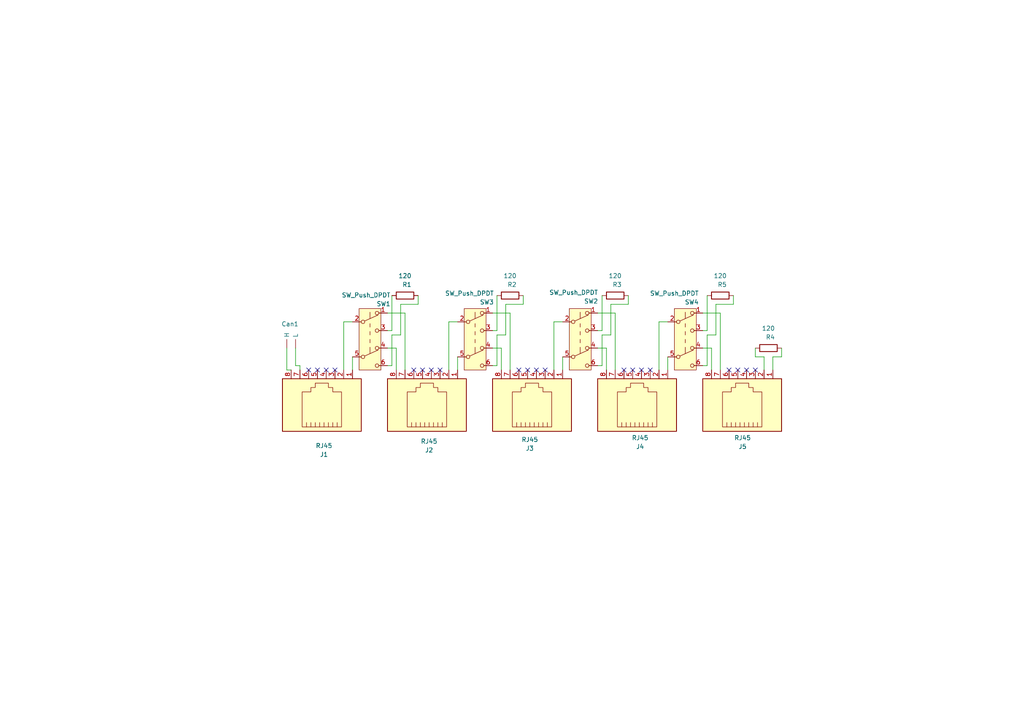
<source format=kicad_sch>
(kicad_sch (version 20250114) (generator "eeschema") (generator_version "9.0")
  (paper "A4")
  (title_block (title "CAN Hub for Rio") (date "2025-09-02") (rev "1"))
  (lib_symbols
    (symbol "Connector:RJ45" (pin_names (offset 1.016))
      (property "Reference" "J" (at -5.08 13.97 0))
      (property "Value" "RJ45" (at 2.54 13.97 0))
      (symbol "RJ45_0_1"
        (polyline (pts (xy -6.35 1.905) (xy -5.08 1.905) (xy -5.08 1.905)))
        (polyline (pts (xy -6.35 0.635) (xy -5.08 0.635) (xy -5.08 0.635)))
        (polyline (pts (xy -6.35 -0.635) (xy -5.08 -0.635) (xy -5.08 -0.635)))
        (polyline (pts (xy -6.35 -1.905) (xy -5.08 -1.905) (xy -5.08 -1.905)))
        (polyline (pts (xy -6.35 -3.175) (xy -5.08 -3.175) (xy -5.08 -3.175)))
        (polyline (pts (xy -6.35 -4.445) (xy -6.35 6.985) (xy 3.81 6.985) (xy 3.81 4.445) (xy 5.08 4.445) (xy 5.08 3.175) (xy 6.35 3.175) (xy 6.35 -0.635) (xy 5.08 -0.635) (xy 5.08 -1.905) (xy 3.81 -1.905) (xy 3.81 -4.445) (xy -6.35 -4.445) (xy -6.35 -4.445)))
        (polyline (pts (xy -5.08 5.715) (xy -6.35 5.715)))
        (polyline (pts (xy -5.08 4.445) (xy -6.35 4.445)))
        (polyline (pts (xy -5.08 3.175) (xy -6.35 3.175) (xy -6.35 3.175)))
        (rectangle (start 7.62 12.7) (end -7.62 -10.16) (stroke (width 0.254)) (fill (type background)))
      )
      (symbol "RJ45_1_1"
        (pin passive line (at 10.16 10.16 180) (length 2.54) (name "~") (number "8"))
        (pin passive line (at 10.16 7.62 180) (length 2.54) (name "~") (number "7"))
        (pin passive line (at 10.16 5.08 180) (length 2.54) (name "~") (number "6"))
        (pin passive line (at 10.16 2.54 180) (length 2.54) (name "~") (number "5"))
        (pin passive line (at 10.16 0 180) (length 2.54) (name "~") (number "4"))
        (pin passive line (at 10.16 -2.54 180) (length 2.54) (name "~") (number "3"))
        (pin passive line (at 10.16 -5.08 180) (length 2.54) (name "~") (number "2"))
        (pin passive line (at 10.16 -7.62 180) (length 2.54) (name "~") (number "1"))
      )
    )
    (symbol "Device:R" (pin_numbers (hide yes)) (pin_names (offset 0))
      (property "Reference" "R" (at 2.032 0 90))
      (property "Value" "R" (at 0 0 90))
      (symbol "R_0_1"
        (rectangle (start -1.016 -2.54) (end 1.016 2.54) (stroke (width 0.254)))
      )
      (symbol "R_1_1"
        (pin passive line (at 0 3.81 270) (length 1.27) (name "~") (number "1"))
        (pin passive line (at 0 -3.81 90) (length 1.27) (name "~") (number "2"))
      )
    )
    (symbol "New_Library:Canbus"
      (property "Reference" "Can" (at 9.906 -3.81 0))
      (symbol "Canbus_1_1"
        (pin output line (at -2.54 -2.54 0) (length 2.54) (name "H") (number ""))
        (pin output line (at -2.54 -5.08 0) (length 2.54) (name "L") (number ""))
      )
    )
    (symbol "Switch:SW_Push_DPDT" (pin_names (offset 0) (hide yes))
      (property "Reference" "SW" (at 0 10.16 0))
      (property "Value" "SW_Push_DPDT" (at 0 -10.16 0))
      (symbol "SW_Push_DPDT_0_0"
        (circle (center -2.032 5.08) (radius 0.508))
        (circle (center -2.032 -5.08) (radius 0.508))
        (circle (center 2.032 2.54) (radius 0.508))
        (circle (center 2.032 -7.62) (radius 0.508))
      )
      (symbol "SW_Push_DPDT_0_1"
        (polyline (pts (xy -1.524 5.334) (xy 2.3368 7.0612)))
        (polyline (pts (xy -1.524 -4.826) (xy 2.3368 -3.0988)))
        (polyline (pts (xy 0 7.874) (xy 0 6.096)))
        (polyline (pts (xy 0 3.556) (xy 0 4.572)))
        (polyline (pts (xy 0 1.27) (xy 0 2.286)))
        (polyline (pts (xy 0 -1.016) (xy 0 0)))
        (polyline (pts (xy 0 -2.286) (xy 0 -4.064)))
        (circle (center 2.032 7.62) (radius 0.508))
        (circle (center 2.032 -2.54) (radius 0.508))
      )
      (symbol "SW_Push_DPDT_1_1"
        (rectangle (start -3.175 8.89) (end 3.175 -8.89) (fill (type background)))
        (pin passive line (at -5.08 5.08 0) (length 2.54) (name "B") (number "2"))
        (pin passive line (at -5.08 -5.08 0) (length 2.54) (name "B") (number "5"))
        (pin passive line (at 5.08 7.62 180) (length 2.54) (name "A") (number "1"))
        (pin passive line (at 5.08 2.54 180) (length 2.54) (name "C") (number "3"))
        (pin passive line (at 5.08 -2.54 180) (length 2.54) (name "A") (number "4"))
        (pin passive line (at 5.08 -7.62 180) (length 2.54) (name "C") (number "6"))
      )
    )
  )
  (no_connect (at 186.055 107.315))
  (no_connect (at 158.115 107.315))
  (no_connect (at 188.595 107.315))
  (no_connect (at 97.155 107.315))
  (no_connect (at 92.075 107.315))
  (no_connect (at 180.975 107.315))
  (no_connect (at 150.495 107.315))
  (no_connect (at 125.095 107.315))
  (no_connect (at 155.575 107.315))
  (no_connect (at 211.455 107.315))
  (no_connect (at 127.635 107.315))
  (no_connect (at 219.075 107.315))
  (no_connect (at 94.615 107.315))
  (no_connect (at 89.535 107.315))
  (no_connect (at 122.555 107.315))
  (no_connect (at 213.995 107.315))
  (no_connect (at 153.035 107.315))
  (no_connect (at 183.515 107.315))
  (no_connect (at 216.535 107.315))
  (no_connect (at 120.015 107.315))
  (wire (pts (xy 113.665 95.885) (xy 113.665 85.725)))
  (wire (pts (xy 203.835 106.045) (xy 205.105 106.045)))
  (wire (pts (xy 121.285 88.265) (xy 121.285 85.725)))
  (wire (pts (xy 182.245 88.265) (xy 182.245 85.725)))
  (wire (pts (xy 142.875 90.805) (xy 147.955 90.805)))
  (wire (pts (xy 83.185 107.315) (xy 84.455 107.315)))
  (wire (pts (xy 174.625 106.045) (xy 174.625 97.155)))
  (wire (pts (xy 224.155 103.505) (xy 226.695 103.505)))
  (wire (pts (xy 116.205 88.265) (xy 121.285 88.265)))
  (wire (pts (xy 160.655 93.345) (xy 160.655 107.315)))
  (wire (pts (xy 130.175 93.345) (xy 130.175 107.315)))
  (wire (pts (xy 203.835 100.965) (xy 206.375 100.965)))
  (wire (pts (xy 144.145 95.885) (xy 144.145 85.725)))
  (wire (pts (xy 144.145 97.155) (xy 146.685 97.155)))
  (wire (pts (xy 207.645 88.265) (xy 212.725 88.265)))
  (wire (pts (xy 173.355 106.045) (xy 174.625 106.045)))
  (wire (pts (xy 83.185 100.965) (xy 83.185 107.315)))
  (wire (pts (xy 146.685 88.265) (xy 151.765 88.265)))
  (wire (pts (xy 193.675 93.345) (xy 191.135 93.345)))
  (wire (pts (xy 208.915 90.805) (xy 208.915 107.315)))
  (wire (pts (xy 207.645 97.155) (xy 207.645 88.265)))
  (wire (pts (xy 212.725 88.265) (xy 212.725 85.725)))
  (wire (pts (xy 112.395 106.045) (xy 113.665 106.045)))
  (wire (pts (xy 219.075 103.505) (xy 221.615 103.505)))
  (wire (pts (xy 205.105 97.155) (xy 207.645 97.155)))
  (wire (pts (xy 174.625 97.155) (xy 177.165 97.155)))
  (wire (pts (xy 177.165 97.155) (xy 177.165 88.265)))
  (wire (pts (xy 102.235 107.315) (xy 102.235 103.505)))
  (wire (pts (xy 142.875 106.045) (xy 144.145 106.045)))
  (wire (pts (xy 175.895 100.965) (xy 175.895 107.315)))
  (wire (pts (xy 112.395 90.805) (xy 117.475 90.805)))
  (wire (pts (xy 146.685 97.155) (xy 146.685 88.265)))
  (wire (pts (xy 177.165 88.265) (xy 182.245 88.265)))
  (wire (pts (xy 173.355 90.805) (xy 178.435 90.805)))
  (wire (pts (xy 112.395 95.885) (xy 113.665 95.885)))
  (wire (pts (xy 145.415 100.965) (xy 145.415 107.315)))
  (wire (pts (xy 113.665 97.155) (xy 116.205 97.155)))
  (wire (pts (xy 117.475 90.805) (xy 117.475 107.315)))
  (wire (pts (xy 206.375 100.965) (xy 206.375 107.315)))
  (wire (pts (xy 163.195 107.315) (xy 163.195 103.505)))
  (wire (pts (xy 173.355 95.885) (xy 174.625 95.885)))
  (wire (pts (xy 221.615 103.505) (xy 221.615 107.315)))
  (wire (pts (xy 99.695 93.345) (xy 99.695 107.315)))
  (wire (pts (xy 142.875 95.885) (xy 144.145 95.885)))
  (wire (pts (xy 112.395 100.965) (xy 114.935 100.965)))
  (wire (pts (xy 173.355 100.965) (xy 175.895 100.965)))
  (wire (pts (xy 203.835 95.885) (xy 205.105 95.885)))
  (wire (pts (xy 147.955 90.805) (xy 147.955 107.315)))
  (wire (pts (xy 205.105 95.885) (xy 205.105 85.725)))
  (wire (pts (xy 219.075 100.965) (xy 219.075 103.505)))
  (wire (pts (xy 163.195 93.345) (xy 160.655 93.345)))
  (wire (pts (xy 144.145 106.045) (xy 144.145 97.155)))
  (wire (pts (xy 142.875 100.965) (xy 145.415 100.965)))
  (wire (pts (xy 191.135 93.345) (xy 191.135 107.315)))
  (wire (pts (xy 132.715 93.345) (xy 130.175 93.345)))
  (wire (pts (xy 85.725 106.045) (xy 86.995 106.045)))
  (wire (pts (xy 193.675 107.315) (xy 193.675 103.505)))
  (wire (pts (xy 113.665 106.045) (xy 113.665 97.155)))
  (wire (pts (xy 205.105 106.045) (xy 205.105 97.155)))
  (wire (pts (xy 203.835 90.805) (xy 208.915 90.805)))
  (wire (pts (xy 85.725 100.965) (xy 85.725 106.045)))
  (wire (pts (xy 114.935 100.965) (xy 114.935 107.315)))
  (wire (pts (xy 86.995 106.045) (xy 86.995 107.315)))
  (wire (pts (xy 174.625 95.885) (xy 174.625 85.725)))
  (wire (pts (xy 102.235 93.345) (xy 99.695 93.345)))
  (wire (pts (xy 226.695 103.505) (xy 226.695 100.965)))
  (wire (pts (xy 178.435 90.805) (xy 178.435 107.315)))
  (wire (pts (xy 224.155 107.315) (xy 224.155 103.505)))
  (wire (pts (xy 151.765 88.265) (xy 151.765 85.725)))
  (wire (pts (xy 132.715 107.315) (xy 132.715 103.505)))
  (wire (pts (xy 116.205 97.155) (xy 116.205 88.265)))
  (symbol (lib_id "Switch:SW_Push_DPDT") (at 107.315 98.425 0) (unit 1)
    (property "Reference" "SW1" (at 113.284 88.138 0) (effects (justify right)))
    (property "Value" "SW_Push_DPDT" (at 113.284 85.598 0) (effects (justify right)))
    (property "Description" "Momentary Switch, dual pole double throw" (effects (hide yes)))
  )
  (symbol (lib_id "Device:R") (at 178.435 85.725 90) (unit 1)
    (property "Reference" "R3" (at 180.34 82.5501 90) (effects (justify left)))
    (property "Value" "120" (at 180.34 80.0101 90) (effects (justify left)))
    (property "Description" "Resistor" (effects (hide yes)))
  )
  (symbol (lib_id "Connector:RJ45") (at 216.535 117.475 90) (unit 1)
    (property "Reference" "J5" (at 215.392 129.54 90))
    (property "Value" "RJ45" (at 215.392 127 90))
    (property "Description" "RJ connector, 8P8C (8 positions 8 connected)" (effects (hide yes)))
  )
  (symbol (lib_id "Connector:RJ45") (at 186.055 117.475 90) (unit 1)
    (property "Reference" "J4" (at 185.674 129.54 90))
    (property "Value" "RJ45" (at 185.674 127 90))
    (property "Description" "RJ connector, 8P8C (8 positions 8 connected)" (effects (hide yes)))
  )
  (symbol (lib_id "Device:R") (at 117.475 85.725 90) (unit 1)
    (property "Reference" "R1" (at 119.38 82.5501 90) (effects (justify left)))
    (property "Value" "120" (at 119.38 80.0101 90) (effects (justify left)))
    (property "Description" "Resistor" (effects (hide yes)))
  )
  (symbol (lib_id "Connector:RJ45") (at 125.095 117.475 90) (unit 1)
    (property "Reference" "J2" (at 124.46 130.556 90))
    (property "Value" "RJ45" (at 124.46 128.016 90))
    (property "Description" "RJ connector, 8P8C (8 positions 8 connected)" (effects (hide yes)))
  )
  (symbol (lib_id "Device:R") (at 208.915 85.725 90) (unit 1)
    (property "Reference" "R5" (at 210.82 82.5501 90) (effects (justify left)))
    (property "Value" "120" (at 210.82 80.0101 90) (effects (justify left)))
    (property "Description" "Resistor" (effects (hide yes)))
  )
  (symbol (lib_id "Switch:SW_Push_DPDT") (at 137.795 98.425 0) (unit 1)
    (property "Reference" "SW3" (at 143.256 87.63 0) (effects (justify right)))
    (property "Value" "SW_Push_DPDT" (at 143.256 85.09 0) (effects (justify right)))
    (property "Description" "Momentary Switch, dual pole double throw" (effects (hide yes)))
  )
  (symbol (lib_id "Device:R") (at 222.885 100.965 90) (unit 1)
    (property "Reference" "R4" (at 224.79 97.7901 90) (effects (justify left)))
    (property "Value" "120" (at 224.79 95.2501 90) (effects (justify left)))
    (property "Description" "Resistor" (effects (hide yes)))
  )
  (symbol (lib_id "Device:R") (at 147.955 85.725 90) (unit 1)
    (property "Reference" "R2" (at 149.86 82.5501 90) (effects (justify left)))
    (property "Value" "120" (at 149.86 80.0101 90) (effects (justify left)))
    (property "Description" "Resistor" (effects (hide yes)))
  )
  (symbol (lib_id "Switch:SW_Push_DPDT") (at 168.275 98.425 0) (unit 1)
    (property "Reference" "SW2" (at 173.482 87.376 0) (effects (justify right)))
    (property "Value" "SW_Push_DPDT" (at 173.482 84.836 0) (effects (justify right)))
    (property "Description" "Momentary Switch, dual pole double throw" (effects (hide yes)))
  )
  (symbol (lib_id "Switch:SW_Push_DPDT") (at 198.755 98.425 0) (unit 1)
    (property "Reference" "SW4" (at 202.692 87.63 0) (effects (justify right)))
    (property "Value" "SW_Push_DPDT" (at 202.692 85.09 0) (effects (justify right)))
    (property "Description" "Momentary Switch, dual pole double throw" (effects (hide yes)))
  )
  (symbol (lib_id "New_Library:Canbus") (at 80.645 98.425 90) (unit 1)
    (property "Reference" "Can1" (at 86.614 93.98 90) (effects (justify left)))
  )
  (symbol (lib_id "Connector:RJ45") (at 155.575 117.475 90) (unit 1)
    (property "Reference" "J3" (at 153.67 130.048 90))
    (property "Value" "RJ45" (at 153.67 127.508 90))
    (property "Description" "RJ connector, 8P8C (8 positions 8 connected)" (effects (hide yes)))
  )
  (symbol (lib_id "Connector:RJ45") (at 94.615 117.475 90) (unit 1)
    (property "Reference" "J1" (at 93.98 131.826 90))
    (property "Value" "RJ45" (at 93.98 129.286 90))
    (property "Description" "RJ connector, 8P8C (8 positions 8 connected)" (effects (hide yes)))
  )
)
</source>
